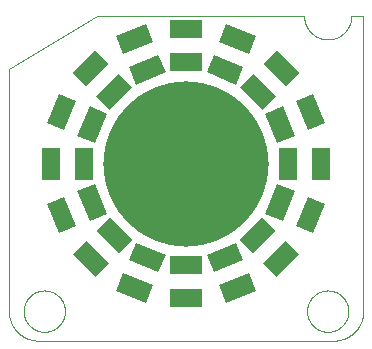
<source format=gtp>
G75*
%MOIN*%
%OFA0B0*%
%FSLAX25Y25*%
%IPPOS*%
%LPD*%
%AMOC8*
5,1,8,0,0,1.08239X$1,22.5*
%
%ADD10C,0.00000*%
%ADD11C,0.55118*%
%ADD12R,0.10630X0.06299*%
%ADD13R,0.06299X0.10630*%
D10*
X0013205Y0005000D02*
X0111630Y0005000D01*
X0111868Y0005003D01*
X0112106Y0005011D01*
X0112343Y0005026D01*
X0112580Y0005046D01*
X0112816Y0005072D01*
X0113052Y0005103D01*
X0113287Y0005140D01*
X0113521Y0005183D01*
X0113754Y0005232D01*
X0113986Y0005286D01*
X0114216Y0005346D01*
X0114445Y0005411D01*
X0114672Y0005482D01*
X0114897Y0005558D01*
X0115120Y0005640D01*
X0115342Y0005727D01*
X0115561Y0005819D01*
X0115778Y0005917D01*
X0115992Y0006019D01*
X0116204Y0006127D01*
X0116414Y0006241D01*
X0116620Y0006359D01*
X0116824Y0006482D01*
X0117024Y0006610D01*
X0117221Y0006742D01*
X0117416Y0006880D01*
X0117606Y0007022D01*
X0117794Y0007169D01*
X0117977Y0007320D01*
X0118157Y0007475D01*
X0118333Y0007635D01*
X0118505Y0007799D01*
X0118674Y0007968D01*
X0118838Y0008140D01*
X0118998Y0008316D01*
X0119153Y0008496D01*
X0119304Y0008679D01*
X0119451Y0008867D01*
X0119593Y0009057D01*
X0119731Y0009252D01*
X0119863Y0009449D01*
X0119991Y0009649D01*
X0120114Y0009853D01*
X0120232Y0010059D01*
X0120346Y0010269D01*
X0120454Y0010481D01*
X0120556Y0010695D01*
X0120654Y0010912D01*
X0120746Y0011131D01*
X0120833Y0011353D01*
X0120915Y0011576D01*
X0120991Y0011801D01*
X0121062Y0012028D01*
X0121127Y0012257D01*
X0121187Y0012487D01*
X0121241Y0012719D01*
X0121290Y0012952D01*
X0121333Y0013186D01*
X0121370Y0013421D01*
X0121401Y0013657D01*
X0121427Y0013893D01*
X0121447Y0014130D01*
X0121462Y0014367D01*
X0121470Y0014605D01*
X0121473Y0014843D01*
X0121472Y0014843D02*
X0121472Y0113268D01*
X0117535Y0113268D01*
X0117533Y0113076D01*
X0117526Y0112885D01*
X0117514Y0112693D01*
X0117498Y0112502D01*
X0117477Y0112312D01*
X0117451Y0112122D01*
X0117421Y0111932D01*
X0117386Y0111744D01*
X0117347Y0111556D01*
X0117303Y0111369D01*
X0117254Y0111184D01*
X0117201Y0111000D01*
X0117144Y0110817D01*
X0117082Y0110635D01*
X0117015Y0110455D01*
X0116945Y0110277D01*
X0116870Y0110100D01*
X0116790Y0109926D01*
X0116707Y0109753D01*
X0116619Y0109583D01*
X0116528Y0109414D01*
X0116432Y0109248D01*
X0116332Y0109085D01*
X0116228Y0108923D01*
X0116120Y0108765D01*
X0116009Y0108609D01*
X0115893Y0108456D01*
X0115774Y0108305D01*
X0115652Y0108158D01*
X0115525Y0108014D01*
X0115396Y0107872D01*
X0115263Y0107734D01*
X0115126Y0107599D01*
X0114986Y0107468D01*
X0114844Y0107340D01*
X0114698Y0107216D01*
X0114549Y0107095D01*
X0114397Y0106978D01*
X0114243Y0106864D01*
X0114085Y0106754D01*
X0113925Y0106649D01*
X0113763Y0106547D01*
X0113598Y0106449D01*
X0113431Y0106355D01*
X0113261Y0106265D01*
X0113090Y0106180D01*
X0112916Y0106098D01*
X0112741Y0106021D01*
X0112563Y0105948D01*
X0112384Y0105880D01*
X0112203Y0105816D01*
X0112021Y0105756D01*
X0111838Y0105701D01*
X0111653Y0105650D01*
X0111467Y0105604D01*
X0111279Y0105562D01*
X0111091Y0105525D01*
X0110902Y0105492D01*
X0110713Y0105465D01*
X0110522Y0105441D01*
X0110331Y0105423D01*
X0110140Y0105409D01*
X0109949Y0105399D01*
X0109757Y0105395D01*
X0109565Y0105395D01*
X0109373Y0105399D01*
X0109182Y0105409D01*
X0108991Y0105423D01*
X0108800Y0105441D01*
X0108609Y0105465D01*
X0108420Y0105492D01*
X0108231Y0105525D01*
X0108043Y0105562D01*
X0107855Y0105604D01*
X0107669Y0105650D01*
X0107484Y0105701D01*
X0107301Y0105756D01*
X0107119Y0105816D01*
X0106938Y0105880D01*
X0106759Y0105948D01*
X0106581Y0106021D01*
X0106406Y0106098D01*
X0106232Y0106180D01*
X0106061Y0106265D01*
X0105891Y0106355D01*
X0105724Y0106449D01*
X0105559Y0106547D01*
X0105397Y0106649D01*
X0105237Y0106754D01*
X0105079Y0106864D01*
X0104925Y0106978D01*
X0104773Y0107095D01*
X0104624Y0107216D01*
X0104478Y0107340D01*
X0104336Y0107468D01*
X0104196Y0107599D01*
X0104059Y0107734D01*
X0103926Y0107872D01*
X0103797Y0108014D01*
X0103670Y0108158D01*
X0103548Y0108305D01*
X0103429Y0108456D01*
X0103313Y0108609D01*
X0103202Y0108765D01*
X0103094Y0108923D01*
X0102990Y0109085D01*
X0102890Y0109248D01*
X0102794Y0109414D01*
X0102703Y0109583D01*
X0102615Y0109753D01*
X0102532Y0109926D01*
X0102452Y0110100D01*
X0102377Y0110277D01*
X0102307Y0110455D01*
X0102240Y0110635D01*
X0102178Y0110817D01*
X0102121Y0111000D01*
X0102068Y0111184D01*
X0102019Y0111369D01*
X0101975Y0111556D01*
X0101936Y0111744D01*
X0101901Y0111932D01*
X0101871Y0112122D01*
X0101845Y0112312D01*
X0101824Y0112502D01*
X0101808Y0112693D01*
X0101796Y0112885D01*
X0101789Y0113076D01*
X0101787Y0113268D01*
X0032890Y0113268D01*
X0003362Y0095551D01*
X0003362Y0014843D01*
X0003365Y0014605D01*
X0003373Y0014367D01*
X0003388Y0014130D01*
X0003408Y0013893D01*
X0003434Y0013657D01*
X0003465Y0013421D01*
X0003502Y0013186D01*
X0003545Y0012952D01*
X0003594Y0012719D01*
X0003648Y0012487D01*
X0003708Y0012257D01*
X0003773Y0012028D01*
X0003844Y0011801D01*
X0003920Y0011576D01*
X0004002Y0011353D01*
X0004089Y0011131D01*
X0004181Y0010912D01*
X0004279Y0010695D01*
X0004381Y0010481D01*
X0004489Y0010269D01*
X0004603Y0010059D01*
X0004721Y0009853D01*
X0004844Y0009649D01*
X0004972Y0009449D01*
X0005104Y0009252D01*
X0005242Y0009057D01*
X0005384Y0008867D01*
X0005531Y0008679D01*
X0005682Y0008496D01*
X0005837Y0008316D01*
X0005997Y0008140D01*
X0006161Y0007968D01*
X0006330Y0007799D01*
X0006502Y0007635D01*
X0006678Y0007475D01*
X0006858Y0007320D01*
X0007041Y0007169D01*
X0007229Y0007022D01*
X0007419Y0006880D01*
X0007614Y0006742D01*
X0007811Y0006610D01*
X0008011Y0006482D01*
X0008215Y0006359D01*
X0008421Y0006241D01*
X0008631Y0006127D01*
X0008843Y0006019D01*
X0009057Y0005917D01*
X0009274Y0005819D01*
X0009493Y0005727D01*
X0009715Y0005640D01*
X0009938Y0005558D01*
X0010163Y0005482D01*
X0010390Y0005411D01*
X0010619Y0005346D01*
X0010849Y0005286D01*
X0011081Y0005232D01*
X0011314Y0005183D01*
X0011548Y0005140D01*
X0011783Y0005103D01*
X0012019Y0005072D01*
X0012255Y0005046D01*
X0012492Y0005026D01*
X0012729Y0005011D01*
X0012967Y0005003D01*
X0013205Y0005000D01*
X0008283Y0014843D02*
X0008285Y0015012D01*
X0008291Y0015181D01*
X0008302Y0015350D01*
X0008316Y0015518D01*
X0008335Y0015686D01*
X0008358Y0015854D01*
X0008384Y0016021D01*
X0008415Y0016187D01*
X0008450Y0016353D01*
X0008489Y0016517D01*
X0008533Y0016681D01*
X0008580Y0016843D01*
X0008631Y0017004D01*
X0008686Y0017164D01*
X0008745Y0017323D01*
X0008807Y0017480D01*
X0008874Y0017635D01*
X0008945Y0017789D01*
X0009019Y0017941D01*
X0009097Y0018091D01*
X0009178Y0018239D01*
X0009263Y0018385D01*
X0009352Y0018529D01*
X0009444Y0018671D01*
X0009540Y0018810D01*
X0009639Y0018947D01*
X0009741Y0019082D01*
X0009847Y0019214D01*
X0009956Y0019343D01*
X0010068Y0019470D01*
X0010183Y0019594D01*
X0010301Y0019715D01*
X0010422Y0019833D01*
X0010546Y0019948D01*
X0010673Y0020060D01*
X0010802Y0020169D01*
X0010934Y0020275D01*
X0011069Y0020377D01*
X0011206Y0020476D01*
X0011345Y0020572D01*
X0011487Y0020664D01*
X0011631Y0020753D01*
X0011777Y0020838D01*
X0011925Y0020919D01*
X0012075Y0020997D01*
X0012227Y0021071D01*
X0012381Y0021142D01*
X0012536Y0021209D01*
X0012693Y0021271D01*
X0012852Y0021330D01*
X0013012Y0021385D01*
X0013173Y0021436D01*
X0013335Y0021483D01*
X0013499Y0021527D01*
X0013663Y0021566D01*
X0013829Y0021601D01*
X0013995Y0021632D01*
X0014162Y0021658D01*
X0014330Y0021681D01*
X0014498Y0021700D01*
X0014666Y0021714D01*
X0014835Y0021725D01*
X0015004Y0021731D01*
X0015173Y0021733D01*
X0015342Y0021731D01*
X0015511Y0021725D01*
X0015680Y0021714D01*
X0015848Y0021700D01*
X0016016Y0021681D01*
X0016184Y0021658D01*
X0016351Y0021632D01*
X0016517Y0021601D01*
X0016683Y0021566D01*
X0016847Y0021527D01*
X0017011Y0021483D01*
X0017173Y0021436D01*
X0017334Y0021385D01*
X0017494Y0021330D01*
X0017653Y0021271D01*
X0017810Y0021209D01*
X0017965Y0021142D01*
X0018119Y0021071D01*
X0018271Y0020997D01*
X0018421Y0020919D01*
X0018569Y0020838D01*
X0018715Y0020753D01*
X0018859Y0020664D01*
X0019001Y0020572D01*
X0019140Y0020476D01*
X0019277Y0020377D01*
X0019412Y0020275D01*
X0019544Y0020169D01*
X0019673Y0020060D01*
X0019800Y0019948D01*
X0019924Y0019833D01*
X0020045Y0019715D01*
X0020163Y0019594D01*
X0020278Y0019470D01*
X0020390Y0019343D01*
X0020499Y0019214D01*
X0020605Y0019082D01*
X0020707Y0018947D01*
X0020806Y0018810D01*
X0020902Y0018671D01*
X0020994Y0018529D01*
X0021083Y0018385D01*
X0021168Y0018239D01*
X0021249Y0018091D01*
X0021327Y0017941D01*
X0021401Y0017789D01*
X0021472Y0017635D01*
X0021539Y0017480D01*
X0021601Y0017323D01*
X0021660Y0017164D01*
X0021715Y0017004D01*
X0021766Y0016843D01*
X0021813Y0016681D01*
X0021857Y0016517D01*
X0021896Y0016353D01*
X0021931Y0016187D01*
X0021962Y0016021D01*
X0021988Y0015854D01*
X0022011Y0015686D01*
X0022030Y0015518D01*
X0022044Y0015350D01*
X0022055Y0015181D01*
X0022061Y0015012D01*
X0022063Y0014843D01*
X0022061Y0014674D01*
X0022055Y0014505D01*
X0022044Y0014336D01*
X0022030Y0014168D01*
X0022011Y0014000D01*
X0021988Y0013832D01*
X0021962Y0013665D01*
X0021931Y0013499D01*
X0021896Y0013333D01*
X0021857Y0013169D01*
X0021813Y0013005D01*
X0021766Y0012843D01*
X0021715Y0012682D01*
X0021660Y0012522D01*
X0021601Y0012363D01*
X0021539Y0012206D01*
X0021472Y0012051D01*
X0021401Y0011897D01*
X0021327Y0011745D01*
X0021249Y0011595D01*
X0021168Y0011447D01*
X0021083Y0011301D01*
X0020994Y0011157D01*
X0020902Y0011015D01*
X0020806Y0010876D01*
X0020707Y0010739D01*
X0020605Y0010604D01*
X0020499Y0010472D01*
X0020390Y0010343D01*
X0020278Y0010216D01*
X0020163Y0010092D01*
X0020045Y0009971D01*
X0019924Y0009853D01*
X0019800Y0009738D01*
X0019673Y0009626D01*
X0019544Y0009517D01*
X0019412Y0009411D01*
X0019277Y0009309D01*
X0019140Y0009210D01*
X0019001Y0009114D01*
X0018859Y0009022D01*
X0018715Y0008933D01*
X0018569Y0008848D01*
X0018421Y0008767D01*
X0018271Y0008689D01*
X0018119Y0008615D01*
X0017965Y0008544D01*
X0017810Y0008477D01*
X0017653Y0008415D01*
X0017494Y0008356D01*
X0017334Y0008301D01*
X0017173Y0008250D01*
X0017011Y0008203D01*
X0016847Y0008159D01*
X0016683Y0008120D01*
X0016517Y0008085D01*
X0016351Y0008054D01*
X0016184Y0008028D01*
X0016016Y0008005D01*
X0015848Y0007986D01*
X0015680Y0007972D01*
X0015511Y0007961D01*
X0015342Y0007955D01*
X0015173Y0007953D01*
X0015004Y0007955D01*
X0014835Y0007961D01*
X0014666Y0007972D01*
X0014498Y0007986D01*
X0014330Y0008005D01*
X0014162Y0008028D01*
X0013995Y0008054D01*
X0013829Y0008085D01*
X0013663Y0008120D01*
X0013499Y0008159D01*
X0013335Y0008203D01*
X0013173Y0008250D01*
X0013012Y0008301D01*
X0012852Y0008356D01*
X0012693Y0008415D01*
X0012536Y0008477D01*
X0012381Y0008544D01*
X0012227Y0008615D01*
X0012075Y0008689D01*
X0011925Y0008767D01*
X0011777Y0008848D01*
X0011631Y0008933D01*
X0011487Y0009022D01*
X0011345Y0009114D01*
X0011206Y0009210D01*
X0011069Y0009309D01*
X0010934Y0009411D01*
X0010802Y0009517D01*
X0010673Y0009626D01*
X0010546Y0009738D01*
X0010422Y0009853D01*
X0010301Y0009971D01*
X0010183Y0010092D01*
X0010068Y0010216D01*
X0009956Y0010343D01*
X0009847Y0010472D01*
X0009741Y0010604D01*
X0009639Y0010739D01*
X0009540Y0010876D01*
X0009444Y0011015D01*
X0009352Y0011157D01*
X0009263Y0011301D01*
X0009178Y0011447D01*
X0009097Y0011595D01*
X0009019Y0011745D01*
X0008945Y0011897D01*
X0008874Y0012051D01*
X0008807Y0012206D01*
X0008745Y0012363D01*
X0008686Y0012522D01*
X0008631Y0012682D01*
X0008580Y0012843D01*
X0008533Y0013005D01*
X0008489Y0013169D01*
X0008450Y0013333D01*
X0008415Y0013499D01*
X0008384Y0013665D01*
X0008358Y0013832D01*
X0008335Y0014000D01*
X0008316Y0014168D01*
X0008302Y0014336D01*
X0008291Y0014505D01*
X0008285Y0014674D01*
X0008283Y0014843D01*
X0102771Y0014843D02*
X0102773Y0015012D01*
X0102779Y0015181D01*
X0102790Y0015350D01*
X0102804Y0015518D01*
X0102823Y0015686D01*
X0102846Y0015854D01*
X0102872Y0016021D01*
X0102903Y0016187D01*
X0102938Y0016353D01*
X0102977Y0016517D01*
X0103021Y0016681D01*
X0103068Y0016843D01*
X0103119Y0017004D01*
X0103174Y0017164D01*
X0103233Y0017323D01*
X0103295Y0017480D01*
X0103362Y0017635D01*
X0103433Y0017789D01*
X0103507Y0017941D01*
X0103585Y0018091D01*
X0103666Y0018239D01*
X0103751Y0018385D01*
X0103840Y0018529D01*
X0103932Y0018671D01*
X0104028Y0018810D01*
X0104127Y0018947D01*
X0104229Y0019082D01*
X0104335Y0019214D01*
X0104444Y0019343D01*
X0104556Y0019470D01*
X0104671Y0019594D01*
X0104789Y0019715D01*
X0104910Y0019833D01*
X0105034Y0019948D01*
X0105161Y0020060D01*
X0105290Y0020169D01*
X0105422Y0020275D01*
X0105557Y0020377D01*
X0105694Y0020476D01*
X0105833Y0020572D01*
X0105975Y0020664D01*
X0106119Y0020753D01*
X0106265Y0020838D01*
X0106413Y0020919D01*
X0106563Y0020997D01*
X0106715Y0021071D01*
X0106869Y0021142D01*
X0107024Y0021209D01*
X0107181Y0021271D01*
X0107340Y0021330D01*
X0107500Y0021385D01*
X0107661Y0021436D01*
X0107823Y0021483D01*
X0107987Y0021527D01*
X0108151Y0021566D01*
X0108317Y0021601D01*
X0108483Y0021632D01*
X0108650Y0021658D01*
X0108818Y0021681D01*
X0108986Y0021700D01*
X0109154Y0021714D01*
X0109323Y0021725D01*
X0109492Y0021731D01*
X0109661Y0021733D01*
X0109830Y0021731D01*
X0109999Y0021725D01*
X0110168Y0021714D01*
X0110336Y0021700D01*
X0110504Y0021681D01*
X0110672Y0021658D01*
X0110839Y0021632D01*
X0111005Y0021601D01*
X0111171Y0021566D01*
X0111335Y0021527D01*
X0111499Y0021483D01*
X0111661Y0021436D01*
X0111822Y0021385D01*
X0111982Y0021330D01*
X0112141Y0021271D01*
X0112298Y0021209D01*
X0112453Y0021142D01*
X0112607Y0021071D01*
X0112759Y0020997D01*
X0112909Y0020919D01*
X0113057Y0020838D01*
X0113203Y0020753D01*
X0113347Y0020664D01*
X0113489Y0020572D01*
X0113628Y0020476D01*
X0113765Y0020377D01*
X0113900Y0020275D01*
X0114032Y0020169D01*
X0114161Y0020060D01*
X0114288Y0019948D01*
X0114412Y0019833D01*
X0114533Y0019715D01*
X0114651Y0019594D01*
X0114766Y0019470D01*
X0114878Y0019343D01*
X0114987Y0019214D01*
X0115093Y0019082D01*
X0115195Y0018947D01*
X0115294Y0018810D01*
X0115390Y0018671D01*
X0115482Y0018529D01*
X0115571Y0018385D01*
X0115656Y0018239D01*
X0115737Y0018091D01*
X0115815Y0017941D01*
X0115889Y0017789D01*
X0115960Y0017635D01*
X0116027Y0017480D01*
X0116089Y0017323D01*
X0116148Y0017164D01*
X0116203Y0017004D01*
X0116254Y0016843D01*
X0116301Y0016681D01*
X0116345Y0016517D01*
X0116384Y0016353D01*
X0116419Y0016187D01*
X0116450Y0016021D01*
X0116476Y0015854D01*
X0116499Y0015686D01*
X0116518Y0015518D01*
X0116532Y0015350D01*
X0116543Y0015181D01*
X0116549Y0015012D01*
X0116551Y0014843D01*
X0116549Y0014674D01*
X0116543Y0014505D01*
X0116532Y0014336D01*
X0116518Y0014168D01*
X0116499Y0014000D01*
X0116476Y0013832D01*
X0116450Y0013665D01*
X0116419Y0013499D01*
X0116384Y0013333D01*
X0116345Y0013169D01*
X0116301Y0013005D01*
X0116254Y0012843D01*
X0116203Y0012682D01*
X0116148Y0012522D01*
X0116089Y0012363D01*
X0116027Y0012206D01*
X0115960Y0012051D01*
X0115889Y0011897D01*
X0115815Y0011745D01*
X0115737Y0011595D01*
X0115656Y0011447D01*
X0115571Y0011301D01*
X0115482Y0011157D01*
X0115390Y0011015D01*
X0115294Y0010876D01*
X0115195Y0010739D01*
X0115093Y0010604D01*
X0114987Y0010472D01*
X0114878Y0010343D01*
X0114766Y0010216D01*
X0114651Y0010092D01*
X0114533Y0009971D01*
X0114412Y0009853D01*
X0114288Y0009738D01*
X0114161Y0009626D01*
X0114032Y0009517D01*
X0113900Y0009411D01*
X0113765Y0009309D01*
X0113628Y0009210D01*
X0113489Y0009114D01*
X0113347Y0009022D01*
X0113203Y0008933D01*
X0113057Y0008848D01*
X0112909Y0008767D01*
X0112759Y0008689D01*
X0112607Y0008615D01*
X0112453Y0008544D01*
X0112298Y0008477D01*
X0112141Y0008415D01*
X0111982Y0008356D01*
X0111822Y0008301D01*
X0111661Y0008250D01*
X0111499Y0008203D01*
X0111335Y0008159D01*
X0111171Y0008120D01*
X0111005Y0008085D01*
X0110839Y0008054D01*
X0110672Y0008028D01*
X0110504Y0008005D01*
X0110336Y0007986D01*
X0110168Y0007972D01*
X0109999Y0007961D01*
X0109830Y0007955D01*
X0109661Y0007953D01*
X0109492Y0007955D01*
X0109323Y0007961D01*
X0109154Y0007972D01*
X0108986Y0007986D01*
X0108818Y0008005D01*
X0108650Y0008028D01*
X0108483Y0008054D01*
X0108317Y0008085D01*
X0108151Y0008120D01*
X0107987Y0008159D01*
X0107823Y0008203D01*
X0107661Y0008250D01*
X0107500Y0008301D01*
X0107340Y0008356D01*
X0107181Y0008415D01*
X0107024Y0008477D01*
X0106869Y0008544D01*
X0106715Y0008615D01*
X0106563Y0008689D01*
X0106413Y0008767D01*
X0106265Y0008848D01*
X0106119Y0008933D01*
X0105975Y0009022D01*
X0105833Y0009114D01*
X0105694Y0009210D01*
X0105557Y0009309D01*
X0105422Y0009411D01*
X0105290Y0009517D01*
X0105161Y0009626D01*
X0105034Y0009738D01*
X0104910Y0009853D01*
X0104789Y0009971D01*
X0104671Y0010092D01*
X0104556Y0010216D01*
X0104444Y0010343D01*
X0104335Y0010472D01*
X0104229Y0010604D01*
X0104127Y0010739D01*
X0104028Y0010876D01*
X0103932Y0011015D01*
X0103840Y0011157D01*
X0103751Y0011301D01*
X0103666Y0011447D01*
X0103585Y0011595D01*
X0103507Y0011745D01*
X0103433Y0011897D01*
X0103362Y0012051D01*
X0103295Y0012206D01*
X0103233Y0012363D01*
X0103174Y0012522D01*
X0103119Y0012682D01*
X0103068Y0012843D01*
X0103021Y0013005D01*
X0102977Y0013169D01*
X0102938Y0013333D01*
X0102903Y0013499D01*
X0102872Y0013665D01*
X0102846Y0013832D01*
X0102823Y0014000D01*
X0102804Y0014168D01*
X0102790Y0014336D01*
X0102779Y0014505D01*
X0102773Y0014674D01*
X0102771Y0014843D01*
D11*
X0062417Y0064055D03*
D12*
X0062417Y0030197D03*
X0062417Y0019173D03*
X0062417Y0097913D03*
X0062417Y0108937D03*
D13*
G36*
X0048946Y0110464D02*
X0051356Y0104646D01*
X0041536Y0100578D01*
X0039126Y0106396D01*
X0048946Y0110464D01*
G37*
G36*
X0032212Y0101775D02*
X0036665Y0097322D01*
X0029150Y0089807D01*
X0024697Y0094260D01*
X0032212Y0101775D01*
G37*
G36*
X0053165Y0100280D02*
X0055575Y0094462D01*
X0045755Y0090394D01*
X0043345Y0096212D01*
X0053165Y0100280D01*
G37*
G36*
X0040007Y0093980D02*
X0044460Y0089527D01*
X0036945Y0082012D01*
X0032492Y0086465D01*
X0040007Y0093980D01*
G37*
G36*
X0020076Y0087346D02*
X0025894Y0084936D01*
X0021826Y0075116D01*
X0016008Y0077526D01*
X0020076Y0087346D01*
G37*
G36*
X0030261Y0083128D02*
X0036079Y0080718D01*
X0032011Y0070898D01*
X0026193Y0073308D01*
X0030261Y0083128D01*
G37*
X0028559Y0064055D03*
X0017535Y0064055D03*
G36*
X0026193Y0054802D02*
X0032011Y0057212D01*
X0036079Y0047392D01*
X0030261Y0044982D01*
X0026193Y0054802D01*
G37*
G36*
X0016008Y0050584D02*
X0021826Y0052994D01*
X0025894Y0043174D01*
X0020076Y0040764D01*
X0016008Y0050584D01*
G37*
G36*
X0032492Y0041645D02*
X0036945Y0046098D01*
X0044460Y0038583D01*
X0040007Y0034130D01*
X0032492Y0041645D01*
G37*
G36*
X0024697Y0033850D02*
X0029150Y0038303D01*
X0036665Y0030788D01*
X0032212Y0026335D01*
X0024697Y0033850D01*
G37*
G36*
X0039126Y0021714D02*
X0041536Y0027532D01*
X0051356Y0023464D01*
X0048946Y0017646D01*
X0039126Y0021714D01*
G37*
G36*
X0043345Y0031898D02*
X0045755Y0037716D01*
X0055575Y0033648D01*
X0053165Y0027830D01*
X0043345Y0031898D01*
G37*
G36*
X0071670Y0027830D02*
X0069260Y0033648D01*
X0079080Y0037716D01*
X0081490Y0031898D01*
X0071670Y0027830D01*
G37*
G36*
X0075889Y0017646D02*
X0073479Y0023464D01*
X0083299Y0027532D01*
X0085709Y0021714D01*
X0075889Y0017646D01*
G37*
G36*
X0092622Y0026335D02*
X0088169Y0030788D01*
X0095684Y0038303D01*
X0100137Y0033850D01*
X0092622Y0026335D01*
G37*
G36*
X0084827Y0034130D02*
X0080374Y0038583D01*
X0087889Y0046098D01*
X0092342Y0041645D01*
X0084827Y0034130D01*
G37*
G36*
X0104759Y0040764D02*
X0098941Y0043174D01*
X0103009Y0052994D01*
X0108827Y0050584D01*
X0104759Y0040764D01*
G37*
G36*
X0094574Y0044982D02*
X0088756Y0047392D01*
X0092824Y0057212D01*
X0098642Y0054802D01*
X0094574Y0044982D01*
G37*
X0096276Y0064055D03*
X0107299Y0064055D03*
G36*
X0098642Y0073308D02*
X0092824Y0070898D01*
X0088756Y0080718D01*
X0094574Y0083128D01*
X0098642Y0073308D01*
G37*
G36*
X0108827Y0077526D02*
X0103009Y0075116D01*
X0098941Y0084936D01*
X0104759Y0087346D01*
X0108827Y0077526D01*
G37*
G36*
X0092342Y0086465D02*
X0087889Y0082012D01*
X0080374Y0089527D01*
X0084827Y0093980D01*
X0092342Y0086465D01*
G37*
G36*
X0100137Y0094260D02*
X0095684Y0089807D01*
X0088169Y0097322D01*
X0092622Y0101775D01*
X0100137Y0094260D01*
G37*
G36*
X0085709Y0106396D02*
X0083299Y0100578D01*
X0073479Y0104646D01*
X0075889Y0110464D01*
X0085709Y0106396D01*
G37*
G36*
X0081490Y0096212D02*
X0079080Y0090394D01*
X0069260Y0094462D01*
X0071670Y0100280D01*
X0081490Y0096212D01*
G37*
M02*

</source>
